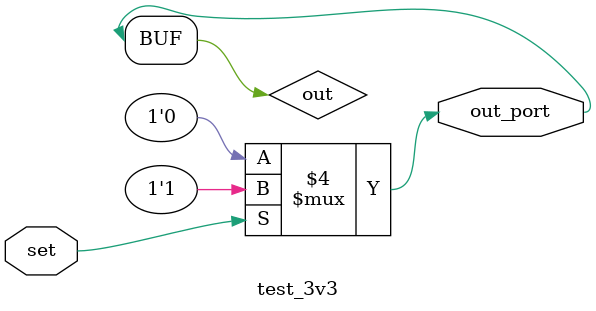
<source format=v>
module test_3v3(
    set,
    out_port
);

input set;
output out_port;

reg out;

always @(*) begin
    if(set == 1) begin
        out = 1;
    end
    else begin
        out = 0; 
    end
end

assign out_port = out;

endmodule
</source>
